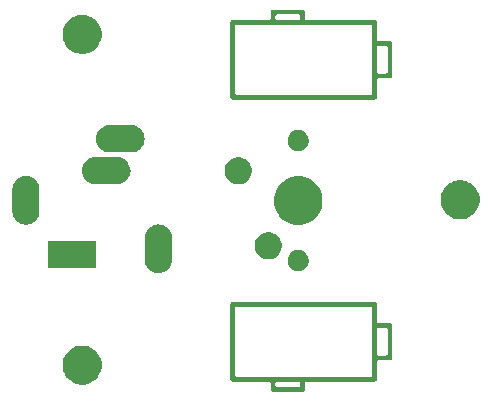
<source format=gbs>
G04 #@! TF.GenerationSoftware,KiCad,Pcbnew,(5.0.2)-1*
G04 #@! TF.CreationDate,2019-03-01T20:36:07+00:00*
G04 #@! TF.ProjectId,CherrySwitch,43686572-7279-4537-9769-7463682e6b69,rev?*
G04 #@! TF.SameCoordinates,Original*
G04 #@! TF.FileFunction,Soldermask,Bot*
G04 #@! TF.FilePolarity,Negative*
%FSLAX46Y46*%
G04 Gerber Fmt 4.6, Leading zero omitted, Abs format (unit mm)*
G04 Created by KiCad (PCBNEW (5.0.2)-1) date 01/03/2019 20:36:07*
%MOMM*%
%LPD*%
G01*
G04 APERTURE LIST*
%ADD10C,0.100000*%
G04 APERTURE END LIST*
D10*
G36*
X152511591Y-76885600D02*
X152541473Y-76888543D01*
X152579814Y-76900174D01*
X152615150Y-76919061D01*
X152646121Y-76944479D01*
X152671539Y-76975450D01*
X152690426Y-77010786D01*
X152702057Y-77049127D01*
X152705984Y-77089000D01*
X152705601Y-77092888D01*
X152705000Y-77105122D01*
X152705000Y-78564000D01*
X152707402Y-78588386D01*
X152714515Y-78611835D01*
X152726066Y-78633446D01*
X152741612Y-78652388D01*
X152760554Y-78667934D01*
X152782165Y-78679485D01*
X152805614Y-78686598D01*
X152830000Y-78689000D01*
X153756191Y-78689000D01*
X153772061Y-78690563D01*
X153796539Y-78690563D01*
X153822400Y-78688016D01*
X153862272Y-78691943D01*
X153900613Y-78703574D01*
X153935949Y-78722461D01*
X153966921Y-78747879D01*
X153992339Y-78778850D01*
X154011226Y-78814186D01*
X154022857Y-78852527D01*
X154025800Y-78882409D01*
X154025800Y-81645591D01*
X154022857Y-81675473D01*
X154011226Y-81713814D01*
X153992339Y-81749150D01*
X153966921Y-81780121D01*
X153935950Y-81805539D01*
X153900614Y-81824426D01*
X153862273Y-81836057D01*
X153822400Y-81839984D01*
X153796540Y-81837437D01*
X153772061Y-81837437D01*
X153756191Y-81839000D01*
X152830000Y-81839000D01*
X152805614Y-81841402D01*
X152782165Y-81848515D01*
X152760554Y-81860066D01*
X152741612Y-81875612D01*
X152726066Y-81894554D01*
X152714515Y-81916165D01*
X152707402Y-81939614D01*
X152705000Y-81964000D01*
X152705000Y-83422878D01*
X152705601Y-83435112D01*
X152705984Y-83439000D01*
X152702057Y-83478873D01*
X152690426Y-83517214D01*
X152671539Y-83552550D01*
X152646121Y-83583521D01*
X152615150Y-83608939D01*
X152579814Y-83627826D01*
X152541473Y-83639457D01*
X152511591Y-83642400D01*
X152501600Y-83643384D01*
X152497712Y-83643001D01*
X152485478Y-83642400D01*
X146734000Y-83642400D01*
X146709614Y-83644802D01*
X146686165Y-83651915D01*
X146664554Y-83663466D01*
X146645612Y-83679012D01*
X146630066Y-83697954D01*
X146618515Y-83719565D01*
X146611402Y-83743014D01*
X146609000Y-83767400D01*
X146609000Y-84286478D01*
X146609601Y-84298712D01*
X146609984Y-84302600D01*
X146606057Y-84342473D01*
X146594426Y-84380814D01*
X146575539Y-84416150D01*
X146550121Y-84447121D01*
X146519150Y-84472539D01*
X146483814Y-84491426D01*
X146445473Y-84503057D01*
X146415591Y-84506000D01*
X146405600Y-84506984D01*
X146401712Y-84506601D01*
X146389478Y-84506000D01*
X143932522Y-84506000D01*
X143920288Y-84506601D01*
X143916400Y-84506984D01*
X143906409Y-84506000D01*
X143876527Y-84503057D01*
X143838186Y-84491426D01*
X143802850Y-84472539D01*
X143771879Y-84447121D01*
X143746461Y-84416150D01*
X143727574Y-84380814D01*
X143715943Y-84342473D01*
X143712016Y-84302600D01*
X143712400Y-84298701D01*
X143713001Y-84286468D01*
X143713000Y-83767400D01*
X144119800Y-83767400D01*
X144119800Y-83974200D01*
X144122202Y-83998586D01*
X144129315Y-84022035D01*
X144140866Y-84043646D01*
X144156412Y-84062588D01*
X144175354Y-84078134D01*
X144196965Y-84089685D01*
X144220414Y-84096798D01*
X144244800Y-84099200D01*
X146077201Y-84099200D01*
X146101587Y-84096798D01*
X146125036Y-84089685D01*
X146146647Y-84078134D01*
X146165589Y-84062588D01*
X146181135Y-84043646D01*
X146192686Y-84022035D01*
X146199799Y-83998586D01*
X146202201Y-83974199D01*
X146202200Y-83767399D01*
X146199798Y-83743013D01*
X146192685Y-83719564D01*
X146181133Y-83697953D01*
X146165588Y-83679011D01*
X146146646Y-83663466D01*
X146125035Y-83651915D01*
X146101586Y-83644802D01*
X146077200Y-83642400D01*
X144244800Y-83642400D01*
X144220414Y-83644802D01*
X144196965Y-83651915D01*
X144175354Y-83663466D01*
X144156412Y-83679012D01*
X144140866Y-83697954D01*
X144129315Y-83719565D01*
X144122202Y-83743014D01*
X144119800Y-83767400D01*
X143713000Y-83767400D01*
X143710598Y-83743013D01*
X143703485Y-83719564D01*
X143691934Y-83697954D01*
X143676388Y-83679011D01*
X143657446Y-83663466D01*
X143635835Y-83651915D01*
X143612386Y-83644802D01*
X143588000Y-83642400D01*
X140528922Y-83642400D01*
X140516688Y-83643001D01*
X140512800Y-83643384D01*
X140502809Y-83642400D01*
X140472927Y-83639457D01*
X140434586Y-83627826D01*
X140399250Y-83608939D01*
X140368279Y-83583521D01*
X140342861Y-83552550D01*
X140323974Y-83517214D01*
X140312343Y-83478873D01*
X140308416Y-83439000D01*
X140308800Y-83435101D01*
X140309401Y-83422868D01*
X140309401Y-77417400D01*
X140716200Y-77417400D01*
X140716200Y-83110600D01*
X140718602Y-83134986D01*
X140725715Y-83158435D01*
X140737266Y-83180046D01*
X140752812Y-83198988D01*
X140771754Y-83214534D01*
X140793365Y-83226085D01*
X140816814Y-83233198D01*
X140841200Y-83235600D01*
X143900278Y-83235600D01*
X143912512Y-83234999D01*
X143916400Y-83234616D01*
X143920288Y-83234999D01*
X143932522Y-83235600D01*
X146389478Y-83235600D01*
X146401712Y-83234999D01*
X146405600Y-83234616D01*
X146409488Y-83234999D01*
X146421722Y-83235600D01*
X152173201Y-83235600D01*
X152197587Y-83233198D01*
X152221036Y-83226085D01*
X152242647Y-83214534D01*
X152261589Y-83198988D01*
X152277135Y-83180046D01*
X152288686Y-83158435D01*
X152295799Y-83134986D01*
X152298201Y-83110600D01*
X152298201Y-79220800D01*
X152705000Y-79220800D01*
X152705000Y-81307200D01*
X152707402Y-81331586D01*
X152714515Y-81355035D01*
X152726066Y-81376646D01*
X152741612Y-81395588D01*
X152760554Y-81411134D01*
X152782165Y-81422685D01*
X152805614Y-81429798D01*
X152830000Y-81432200D01*
X153494001Y-81432200D01*
X153518387Y-81429798D01*
X153541836Y-81422685D01*
X153563447Y-81411134D01*
X153582389Y-81395588D01*
X153597935Y-81376646D01*
X153609486Y-81355035D01*
X153616599Y-81331586D01*
X153619001Y-81307200D01*
X153619000Y-79220800D01*
X153616598Y-79196414D01*
X153609485Y-79172965D01*
X153597934Y-79151354D01*
X153582388Y-79132412D01*
X153563446Y-79116866D01*
X153541835Y-79105315D01*
X153518386Y-79098202D01*
X153494000Y-79095800D01*
X152830000Y-79095800D01*
X152805614Y-79098202D01*
X152782165Y-79105315D01*
X152760554Y-79116866D01*
X152741612Y-79132412D01*
X152726066Y-79151354D01*
X152714515Y-79172965D01*
X152707402Y-79196414D01*
X152705000Y-79220800D01*
X152298201Y-79220800D01*
X152298200Y-77417400D01*
X152295798Y-77393014D01*
X152288685Y-77369565D01*
X152277134Y-77347954D01*
X152261588Y-77329012D01*
X152242646Y-77313466D01*
X152221035Y-77301915D01*
X152197586Y-77294802D01*
X152173200Y-77292400D01*
X140841200Y-77292400D01*
X140816814Y-77294802D01*
X140793365Y-77301915D01*
X140771754Y-77313466D01*
X140752812Y-77329012D01*
X140737266Y-77347954D01*
X140725715Y-77369565D01*
X140718602Y-77393014D01*
X140716200Y-77417400D01*
X140309401Y-77417400D01*
X140309400Y-77105122D01*
X140308799Y-77092888D01*
X140308416Y-77089000D01*
X140312343Y-77049127D01*
X140323974Y-77010786D01*
X140342861Y-76975450D01*
X140368279Y-76944479D01*
X140399250Y-76919061D01*
X140434586Y-76900174D01*
X140472927Y-76888543D01*
X140502809Y-76885600D01*
X140512800Y-76884616D01*
X140516688Y-76884999D01*
X140528922Y-76885600D01*
X152485478Y-76885600D01*
X152497712Y-76884999D01*
X152501600Y-76884616D01*
X152511591Y-76885600D01*
X152511591Y-76885600D01*
G37*
G36*
X128125256Y-80641298D02*
X128231579Y-80662447D01*
X128532042Y-80786903D01*
X128798852Y-80965180D01*
X128802454Y-80967587D01*
X129032413Y-81197546D01*
X129032415Y-81197549D01*
X129213097Y-81467958D01*
X129337553Y-81768421D01*
X129401000Y-82087391D01*
X129401000Y-82412609D01*
X129337553Y-82731579D01*
X129213097Y-83032042D01*
X129075117Y-83238543D01*
X129032413Y-83302454D01*
X128802454Y-83532413D01*
X128802451Y-83532415D01*
X128532042Y-83713097D01*
X128532041Y-83713098D01*
X128532040Y-83713098D01*
X128459816Y-83743014D01*
X128231579Y-83837553D01*
X128125256Y-83858702D01*
X127912611Y-83901000D01*
X127587389Y-83901000D01*
X127374744Y-83858702D01*
X127268421Y-83837553D01*
X127040184Y-83743014D01*
X126967960Y-83713098D01*
X126967959Y-83713098D01*
X126967958Y-83713097D01*
X126697549Y-83532415D01*
X126697546Y-83532413D01*
X126467587Y-83302454D01*
X126424883Y-83238543D01*
X126286903Y-83032042D01*
X126162447Y-82731579D01*
X126099000Y-82412609D01*
X126099000Y-82087391D01*
X126162447Y-81768421D01*
X126286903Y-81467958D01*
X126467585Y-81197549D01*
X126467587Y-81197546D01*
X126697546Y-80967587D01*
X126701148Y-80965180D01*
X126967958Y-80786903D01*
X127268421Y-80662447D01*
X127374744Y-80641298D01*
X127587389Y-80599000D01*
X127912611Y-80599000D01*
X128125256Y-80641298D01*
X128125256Y-80641298D01*
G37*
G36*
X134418635Y-70358655D02*
X134635600Y-70424471D01*
X134635602Y-70424472D01*
X134635605Y-70424473D01*
X134835556Y-70531348D01*
X135010819Y-70675183D01*
X135154654Y-70850445D01*
X135261529Y-71050396D01*
X135261529Y-71050397D01*
X135261531Y-71050401D01*
X135327347Y-71267366D01*
X135327347Y-71267369D01*
X135340635Y-71402277D01*
X135344001Y-71436458D01*
X135344001Y-73349544D01*
X135327347Y-73518636D01*
X135281791Y-73668812D01*
X135261529Y-73735606D01*
X135154654Y-73935557D01*
X135010819Y-74110819D01*
X134835557Y-74254654D01*
X134635606Y-74361529D01*
X134635603Y-74361530D01*
X134635601Y-74361531D01*
X134418636Y-74427347D01*
X134193001Y-74449570D01*
X133967367Y-74427347D01*
X133750402Y-74361531D01*
X133750400Y-74361530D01*
X133750397Y-74361529D01*
X133550446Y-74254654D01*
X133375184Y-74110819D01*
X133231349Y-73935557D01*
X133124474Y-73735606D01*
X133104212Y-73668812D01*
X133058656Y-73518636D01*
X133042001Y-73349544D01*
X133042001Y-71436459D01*
X133058655Y-71267367D01*
X133124471Y-71050402D01*
X133124472Y-71050400D01*
X133124473Y-71050397D01*
X133231348Y-70850446D01*
X133375183Y-70675183D01*
X133550445Y-70531348D01*
X133750396Y-70424473D01*
X133750399Y-70424472D01*
X133750401Y-70424471D01*
X133967366Y-70358655D01*
X134193001Y-70336432D01*
X134418635Y-70358655D01*
X134418635Y-70358655D01*
G37*
G36*
X146312812Y-72539624D02*
X146476784Y-72607544D01*
X146624354Y-72706147D01*
X146749853Y-72831646D01*
X146848456Y-72979216D01*
X146916376Y-73143188D01*
X146951000Y-73317259D01*
X146951000Y-73494741D01*
X146916376Y-73668812D01*
X146848456Y-73832784D01*
X146749853Y-73980354D01*
X146624354Y-74105853D01*
X146476784Y-74204456D01*
X146312812Y-74272376D01*
X146138741Y-74307000D01*
X145961259Y-74307000D01*
X145787188Y-74272376D01*
X145623216Y-74204456D01*
X145475646Y-74105853D01*
X145350147Y-73980354D01*
X145251544Y-73832784D01*
X145183624Y-73668812D01*
X145149000Y-73494741D01*
X145149000Y-73317259D01*
X145183624Y-73143188D01*
X145251544Y-72979216D01*
X145350147Y-72831646D01*
X145475646Y-72706147D01*
X145623216Y-72607544D01*
X145787188Y-72539624D01*
X145961259Y-72505000D01*
X146138741Y-72505000D01*
X146312812Y-72539624D01*
X146312812Y-72539624D01*
G37*
G36*
X128944001Y-74044001D02*
X124842001Y-74044001D01*
X124842001Y-71742001D01*
X128944001Y-71742001D01*
X128944001Y-74044001D01*
X128944001Y-74044001D01*
G37*
G36*
X143845734Y-71029232D02*
X144055202Y-71115996D01*
X144243723Y-71241962D01*
X144404038Y-71402277D01*
X144530004Y-71590798D01*
X144616768Y-71800266D01*
X144661000Y-72022635D01*
X144661000Y-72249365D01*
X144616768Y-72471734D01*
X144530004Y-72681202D01*
X144404038Y-72869723D01*
X144243723Y-73030038D01*
X144055202Y-73156004D01*
X143845734Y-73242768D01*
X143623365Y-73287000D01*
X143396635Y-73287000D01*
X143174266Y-73242768D01*
X142964798Y-73156004D01*
X142776277Y-73030038D01*
X142615962Y-72869723D01*
X142489996Y-72681202D01*
X142403232Y-72471734D01*
X142359000Y-72249365D01*
X142359000Y-72022635D01*
X142403232Y-71800266D01*
X142489996Y-71590798D01*
X142615962Y-71402277D01*
X142776277Y-71241962D01*
X142964798Y-71115996D01*
X143174266Y-71029232D01*
X143396635Y-70985000D01*
X143623365Y-70985000D01*
X143845734Y-71029232D01*
X143845734Y-71029232D01*
G37*
G36*
X146648252Y-66353818D02*
X146648254Y-66353819D01*
X146648255Y-66353819D01*
X147021513Y-66508427D01*
X147352905Y-66729857D01*
X147357439Y-66732886D01*
X147643114Y-67018561D01*
X147643116Y-67018564D01*
X147867573Y-67354487D01*
X148022181Y-67727745D01*
X148022182Y-67727748D01*
X148093719Y-68087389D01*
X148101000Y-68123994D01*
X148101000Y-68528006D01*
X148022181Y-68924255D01*
X147867573Y-69297513D01*
X147710616Y-69532415D01*
X147643114Y-69633439D01*
X147357439Y-69919114D01*
X147357436Y-69919116D01*
X147021513Y-70143573D01*
X146648255Y-70298181D01*
X146648254Y-70298181D01*
X146648252Y-70298182D01*
X146252007Y-70377000D01*
X145847993Y-70377000D01*
X145451748Y-70298182D01*
X145451746Y-70298181D01*
X145451745Y-70298181D01*
X145078487Y-70143573D01*
X144742564Y-69919116D01*
X144742561Y-69919114D01*
X144456886Y-69633439D01*
X144389384Y-69532415D01*
X144232427Y-69297513D01*
X144077819Y-68924255D01*
X143999000Y-68528006D01*
X143999000Y-68123994D01*
X144006281Y-68087389D01*
X144077818Y-67727748D01*
X144077819Y-67727745D01*
X144232427Y-67354487D01*
X144456884Y-67018564D01*
X144456886Y-67018561D01*
X144742561Y-66732886D01*
X144747095Y-66729857D01*
X145078487Y-66508427D01*
X145451745Y-66353819D01*
X145451746Y-66353819D01*
X145451748Y-66353818D01*
X145847993Y-66275000D01*
X146252007Y-66275000D01*
X146648252Y-66353818D01*
X146648252Y-66353818D01*
G37*
G36*
X123218635Y-66258655D02*
X123435600Y-66324471D01*
X123435602Y-66324472D01*
X123435605Y-66324473D01*
X123635556Y-66431348D01*
X123810819Y-66575183D01*
X123954654Y-66750445D01*
X124061529Y-66950396D01*
X124061529Y-66950397D01*
X124061531Y-66950401D01*
X124127347Y-67167366D01*
X124127347Y-67167369D01*
X124144001Y-67336456D01*
X124144001Y-69249546D01*
X124139276Y-69297514D01*
X124127347Y-69418636D01*
X124061531Y-69635601D01*
X124061529Y-69635606D01*
X123954654Y-69835557D01*
X123810819Y-70010819D01*
X123635557Y-70154654D01*
X123435606Y-70261529D01*
X123435603Y-70261530D01*
X123435601Y-70261531D01*
X123218636Y-70327347D01*
X122993001Y-70349570D01*
X122767367Y-70327347D01*
X122550402Y-70261531D01*
X122550400Y-70261530D01*
X122550397Y-70261529D01*
X122350446Y-70154654D01*
X122175184Y-70010819D01*
X122031349Y-69835557D01*
X121924474Y-69635606D01*
X121924472Y-69635601D01*
X121858656Y-69418636D01*
X121842001Y-69249544D01*
X121842001Y-67336459D01*
X121858655Y-67167367D01*
X121924471Y-66950402D01*
X121924472Y-66950400D01*
X121924473Y-66950397D01*
X122031348Y-66750446D01*
X122175183Y-66575183D01*
X122350445Y-66431348D01*
X122550396Y-66324473D01*
X122550399Y-66324472D01*
X122550401Y-66324471D01*
X122767366Y-66258655D01*
X122993001Y-66236432D01*
X123218635Y-66258655D01*
X123218635Y-66258655D01*
G37*
G36*
X160125256Y-66641298D02*
X160231579Y-66662447D01*
X160532042Y-66786903D01*
X160643727Y-66861529D01*
X160802454Y-66967587D01*
X161032413Y-67197546D01*
X161032415Y-67197549D01*
X161213097Y-67467958D01*
X161320706Y-67727748D01*
X161337553Y-67768422D01*
X161401000Y-68087389D01*
X161401000Y-68412611D01*
X161337553Y-68731578D01*
X161213098Y-69032040D01*
X161032413Y-69302454D01*
X160802454Y-69532413D01*
X160802451Y-69532415D01*
X160532042Y-69713097D01*
X160231579Y-69837553D01*
X160125256Y-69858702D01*
X159912611Y-69901000D01*
X159587389Y-69901000D01*
X159374744Y-69858702D01*
X159268421Y-69837553D01*
X158967958Y-69713097D01*
X158697549Y-69532415D01*
X158697546Y-69532413D01*
X158467587Y-69302454D01*
X158286902Y-69032040D01*
X158162447Y-68731578D01*
X158099000Y-68412611D01*
X158099000Y-68087389D01*
X158162447Y-67768422D01*
X158179295Y-67727748D01*
X158286903Y-67467958D01*
X158467585Y-67197549D01*
X158467587Y-67197546D01*
X158697546Y-66967587D01*
X158856273Y-66861529D01*
X158967958Y-66786903D01*
X159268421Y-66662447D01*
X159374744Y-66641298D01*
X159587389Y-66599000D01*
X159912611Y-66599000D01*
X160125256Y-66641298D01*
X160125256Y-66641298D01*
G37*
G36*
X130817181Y-64648663D02*
X130918636Y-64658655D01*
X131135601Y-64724471D01*
X131135603Y-64724472D01*
X131135606Y-64724473D01*
X131335557Y-64831348D01*
X131510819Y-64975183D01*
X131654654Y-65150445D01*
X131761529Y-65350396D01*
X131761530Y-65350399D01*
X131761531Y-65350401D01*
X131827347Y-65567366D01*
X131849570Y-65793001D01*
X131827347Y-66018636D01*
X131796072Y-66121734D01*
X131761529Y-66235606D01*
X131654654Y-66435557D01*
X131510819Y-66610819D01*
X131335557Y-66754654D01*
X131135606Y-66861529D01*
X131135603Y-66861530D01*
X131135601Y-66861531D01*
X130918636Y-66927347D01*
X130820627Y-66937000D01*
X130749546Y-66944001D01*
X128836456Y-66944001D01*
X128765375Y-66937000D01*
X128667366Y-66927347D01*
X128450401Y-66861531D01*
X128450399Y-66861530D01*
X128450396Y-66861529D01*
X128250445Y-66754654D01*
X128075183Y-66610819D01*
X127931348Y-66435557D01*
X127824473Y-66235606D01*
X127789930Y-66121734D01*
X127758655Y-66018636D01*
X127736432Y-65793001D01*
X127758655Y-65567366D01*
X127824471Y-65350401D01*
X127824472Y-65350399D01*
X127824473Y-65350396D01*
X127931348Y-65150445D01*
X128075183Y-64975183D01*
X128250445Y-64831348D01*
X128450396Y-64724473D01*
X128450399Y-64724472D01*
X128450401Y-64724471D01*
X128667366Y-64658655D01*
X128768821Y-64648663D01*
X128836456Y-64642001D01*
X130749546Y-64642001D01*
X130817181Y-64648663D01*
X130817181Y-64648663D01*
G37*
G36*
X141305734Y-64679232D02*
X141515202Y-64765996D01*
X141703723Y-64891962D01*
X141864038Y-65052277D01*
X141990004Y-65240798D01*
X142076768Y-65450266D01*
X142121000Y-65672635D01*
X142121000Y-65899365D01*
X142076768Y-66121734D01*
X141990004Y-66331202D01*
X141864038Y-66519723D01*
X141703723Y-66680038D01*
X141515202Y-66806004D01*
X141305734Y-66892768D01*
X141083365Y-66937000D01*
X140856635Y-66937000D01*
X140634266Y-66892768D01*
X140424798Y-66806004D01*
X140236277Y-66680038D01*
X140075962Y-66519723D01*
X139949996Y-66331202D01*
X139863232Y-66121734D01*
X139819000Y-65899365D01*
X139819000Y-65672635D01*
X139863232Y-65450266D01*
X139949996Y-65240798D01*
X140075962Y-65052277D01*
X140236277Y-64891962D01*
X140424798Y-64765996D01*
X140634266Y-64679232D01*
X140856635Y-64635000D01*
X141083365Y-64635000D01*
X141305734Y-64679232D01*
X141305734Y-64679232D01*
G37*
G36*
X132017181Y-61948663D02*
X132118636Y-61958655D01*
X132335601Y-62024471D01*
X132335603Y-62024472D01*
X132335606Y-62024473D01*
X132535557Y-62131348D01*
X132710819Y-62275183D01*
X132854654Y-62450445D01*
X132961529Y-62650396D01*
X132961530Y-62650399D01*
X132961531Y-62650401D01*
X133027347Y-62867366D01*
X133049570Y-63093001D01*
X133027347Y-63318636D01*
X132969657Y-63508812D01*
X132961529Y-63535606D01*
X132854654Y-63735557D01*
X132710819Y-63910819D01*
X132535557Y-64054654D01*
X132335606Y-64161529D01*
X132335603Y-64161530D01*
X132335601Y-64161531D01*
X132118636Y-64227347D01*
X132017181Y-64237339D01*
X131949546Y-64244001D01*
X130036456Y-64244001D01*
X129968821Y-64237339D01*
X129867366Y-64227347D01*
X129650401Y-64161531D01*
X129650399Y-64161530D01*
X129650396Y-64161529D01*
X129450445Y-64054654D01*
X129275183Y-63910819D01*
X129131348Y-63735557D01*
X129024473Y-63535606D01*
X129016345Y-63508812D01*
X128958655Y-63318636D01*
X128936432Y-63093001D01*
X128958655Y-62867366D01*
X129024471Y-62650401D01*
X129024472Y-62650399D01*
X129024473Y-62650396D01*
X129131348Y-62450445D01*
X129275183Y-62275183D01*
X129450445Y-62131348D01*
X129650396Y-62024473D01*
X129650399Y-62024472D01*
X129650401Y-62024471D01*
X129867366Y-61958655D01*
X129968821Y-61948663D01*
X130036456Y-61942001D01*
X131949546Y-61942001D01*
X132017181Y-61948663D01*
X132017181Y-61948663D01*
G37*
G36*
X146312812Y-62379624D02*
X146476784Y-62447544D01*
X146624354Y-62546147D01*
X146749853Y-62671646D01*
X146848456Y-62819216D01*
X146916376Y-62983188D01*
X146951000Y-63157259D01*
X146951000Y-63334741D01*
X146916376Y-63508812D01*
X146848456Y-63672784D01*
X146749853Y-63820354D01*
X146624354Y-63945853D01*
X146476784Y-64044456D01*
X146312812Y-64112376D01*
X146138741Y-64147000D01*
X145961259Y-64147000D01*
X145787188Y-64112376D01*
X145623216Y-64044456D01*
X145475646Y-63945853D01*
X145350147Y-63820354D01*
X145251544Y-63672784D01*
X145183624Y-63508812D01*
X145149000Y-63334741D01*
X145149000Y-63157259D01*
X145183624Y-62983188D01*
X145251544Y-62819216D01*
X145350147Y-62671646D01*
X145475646Y-62546147D01*
X145623216Y-62447544D01*
X145787188Y-62379624D01*
X145961259Y-62345000D01*
X146138741Y-62345000D01*
X146312812Y-62379624D01*
X146312812Y-62379624D01*
G37*
G36*
X146415591Y-52146000D02*
X146445473Y-52148943D01*
X146483814Y-52160574D01*
X146519150Y-52179461D01*
X146550121Y-52204879D01*
X146575539Y-52235850D01*
X146594426Y-52271186D01*
X146606057Y-52309527D01*
X146609984Y-52349400D01*
X146609601Y-52353288D01*
X146609000Y-52365522D01*
X146609000Y-52884600D01*
X146611402Y-52908986D01*
X146618515Y-52932435D01*
X146630066Y-52954046D01*
X146645612Y-52972988D01*
X146664554Y-52988534D01*
X146686165Y-53000085D01*
X146709614Y-53007198D01*
X146734000Y-53009600D01*
X152485478Y-53009600D01*
X152497712Y-53008999D01*
X152501600Y-53008616D01*
X152511591Y-53009600D01*
X152541473Y-53012543D01*
X152579814Y-53024174D01*
X152615150Y-53043061D01*
X152646121Y-53068479D01*
X152671539Y-53099450D01*
X152690426Y-53134786D01*
X152702057Y-53173127D01*
X152705984Y-53213000D01*
X152705601Y-53216888D01*
X152705000Y-53229122D01*
X152705000Y-54688000D01*
X152707402Y-54712386D01*
X152714515Y-54735835D01*
X152726066Y-54757446D01*
X152741612Y-54776388D01*
X152760554Y-54791934D01*
X152782165Y-54803485D01*
X152805614Y-54810598D01*
X152830000Y-54813000D01*
X153756191Y-54813000D01*
X153772061Y-54814563D01*
X153796539Y-54814563D01*
X153822400Y-54812016D01*
X153862272Y-54815943D01*
X153900613Y-54827574D01*
X153935949Y-54846461D01*
X153966921Y-54871879D01*
X153992339Y-54902850D01*
X154011226Y-54938186D01*
X154022857Y-54976527D01*
X154025800Y-55006409D01*
X154025800Y-57769591D01*
X154022857Y-57799473D01*
X154011226Y-57837814D01*
X153992339Y-57873150D01*
X153966921Y-57904121D01*
X153935950Y-57929539D01*
X153900614Y-57948426D01*
X153862273Y-57960057D01*
X153822400Y-57963984D01*
X153796540Y-57961437D01*
X153772061Y-57961437D01*
X153756191Y-57963000D01*
X152830000Y-57963000D01*
X152805614Y-57965402D01*
X152782165Y-57972515D01*
X152760554Y-57984066D01*
X152741612Y-57999612D01*
X152726066Y-58018554D01*
X152714515Y-58040165D01*
X152707402Y-58063614D01*
X152705000Y-58088000D01*
X152705000Y-59546878D01*
X152705601Y-59559112D01*
X152705984Y-59563000D01*
X152702057Y-59602873D01*
X152690426Y-59641214D01*
X152671539Y-59676550D01*
X152646121Y-59707521D01*
X152615150Y-59732939D01*
X152579814Y-59751826D01*
X152541473Y-59763457D01*
X152511591Y-59766400D01*
X152501600Y-59767384D01*
X152497712Y-59767001D01*
X152485478Y-59766400D01*
X140528922Y-59766400D01*
X140516688Y-59767001D01*
X140512800Y-59767384D01*
X140502809Y-59766400D01*
X140472927Y-59763457D01*
X140434586Y-59751826D01*
X140399250Y-59732939D01*
X140368279Y-59707521D01*
X140342861Y-59676550D01*
X140323974Y-59641214D01*
X140312343Y-59602873D01*
X140308416Y-59563000D01*
X140308800Y-59559101D01*
X140309401Y-59546868D01*
X140309401Y-53541400D01*
X140716200Y-53541400D01*
X140716200Y-59234600D01*
X140718602Y-59258986D01*
X140725715Y-59282435D01*
X140737266Y-59304046D01*
X140752812Y-59322988D01*
X140771754Y-59338534D01*
X140793365Y-59350085D01*
X140816814Y-59357198D01*
X140841200Y-59359600D01*
X152173201Y-59359600D01*
X152197587Y-59357198D01*
X152221036Y-59350085D01*
X152242647Y-59338534D01*
X152261589Y-59322988D01*
X152277135Y-59304046D01*
X152288686Y-59282435D01*
X152295799Y-59258986D01*
X152298201Y-59234600D01*
X152298201Y-55344800D01*
X152705000Y-55344800D01*
X152705000Y-57431200D01*
X152707402Y-57455586D01*
X152714515Y-57479035D01*
X152726066Y-57500646D01*
X152741612Y-57519588D01*
X152760554Y-57535134D01*
X152782165Y-57546685D01*
X152805614Y-57553798D01*
X152830000Y-57556200D01*
X153494001Y-57556200D01*
X153518387Y-57553798D01*
X153541836Y-57546685D01*
X153563447Y-57535134D01*
X153582389Y-57519588D01*
X153597935Y-57500646D01*
X153609486Y-57479035D01*
X153616599Y-57455586D01*
X153619001Y-57431200D01*
X153619000Y-55344800D01*
X153616598Y-55320414D01*
X153609485Y-55296965D01*
X153597934Y-55275354D01*
X153582388Y-55256412D01*
X153563446Y-55240866D01*
X153541835Y-55229315D01*
X153518386Y-55222202D01*
X153494000Y-55219800D01*
X152830000Y-55219800D01*
X152805614Y-55222202D01*
X152782165Y-55229315D01*
X152760554Y-55240866D01*
X152741612Y-55256412D01*
X152726066Y-55275354D01*
X152714515Y-55296965D01*
X152707402Y-55320414D01*
X152705000Y-55344800D01*
X152298201Y-55344800D01*
X152298200Y-53541400D01*
X152295798Y-53517014D01*
X152288685Y-53493565D01*
X152277134Y-53471954D01*
X152261588Y-53453012D01*
X152242646Y-53437466D01*
X152221035Y-53425915D01*
X152197586Y-53418802D01*
X152173200Y-53416400D01*
X146421722Y-53416400D01*
X146409488Y-53417001D01*
X146405600Y-53417384D01*
X146401712Y-53417001D01*
X146389478Y-53416400D01*
X143932522Y-53416400D01*
X143920288Y-53417001D01*
X143916400Y-53417384D01*
X143912512Y-53417001D01*
X143900278Y-53416400D01*
X140841200Y-53416400D01*
X140816814Y-53418802D01*
X140793365Y-53425915D01*
X140771754Y-53437466D01*
X140752812Y-53453012D01*
X140737266Y-53471954D01*
X140725715Y-53493565D01*
X140718602Y-53517014D01*
X140716200Y-53541400D01*
X140309401Y-53541400D01*
X140309400Y-53229122D01*
X140308799Y-53216888D01*
X140308416Y-53213000D01*
X140312343Y-53173127D01*
X140323974Y-53134786D01*
X140342861Y-53099450D01*
X140368279Y-53068479D01*
X140399250Y-53043061D01*
X140434586Y-53024174D01*
X140472927Y-53012543D01*
X140502809Y-53009600D01*
X140512800Y-53008616D01*
X140516688Y-53008999D01*
X140528922Y-53009600D01*
X143588001Y-53009600D01*
X143612387Y-53007198D01*
X143635836Y-53000085D01*
X143657447Y-52988534D01*
X143676389Y-52972988D01*
X143691935Y-52954046D01*
X143703486Y-52932435D01*
X143710599Y-52908986D01*
X143713001Y-52884600D01*
X143713001Y-52677800D01*
X144119800Y-52677800D01*
X144119800Y-52884600D01*
X144122202Y-52908986D01*
X144129315Y-52932435D01*
X144140866Y-52954046D01*
X144156412Y-52972988D01*
X144175354Y-52988534D01*
X144196965Y-53000085D01*
X144220414Y-53007198D01*
X144244800Y-53009600D01*
X146077201Y-53009600D01*
X146101587Y-53007198D01*
X146125036Y-53000085D01*
X146146647Y-52988534D01*
X146165589Y-52972988D01*
X146181135Y-52954046D01*
X146192686Y-52932435D01*
X146199799Y-52908986D01*
X146202201Y-52884599D01*
X146202200Y-52677799D01*
X146199798Y-52653413D01*
X146192685Y-52629964D01*
X146181133Y-52608353D01*
X146165588Y-52589411D01*
X146146646Y-52573866D01*
X146125035Y-52562315D01*
X146101586Y-52555202D01*
X146077200Y-52552800D01*
X144244800Y-52552800D01*
X144220414Y-52555202D01*
X144196965Y-52562315D01*
X144175354Y-52573866D01*
X144156412Y-52589412D01*
X144140866Y-52608354D01*
X144129315Y-52629965D01*
X144122202Y-52653414D01*
X144119800Y-52677800D01*
X143713001Y-52677800D01*
X143713000Y-52365522D01*
X143712399Y-52353286D01*
X143712016Y-52349400D01*
X143715943Y-52309527D01*
X143727574Y-52271186D01*
X143746461Y-52235850D01*
X143771879Y-52204879D01*
X143802850Y-52179461D01*
X143838186Y-52160574D01*
X143876527Y-52148943D01*
X143906409Y-52146000D01*
X143916400Y-52145016D01*
X143920288Y-52145399D01*
X143932522Y-52146000D01*
X146389478Y-52146000D01*
X146401712Y-52145399D01*
X146405600Y-52145016D01*
X146415591Y-52146000D01*
X146415591Y-52146000D01*
G37*
G36*
X128068276Y-52629964D02*
X128231579Y-52662447D01*
X128532042Y-52786903D01*
X128798852Y-52965180D01*
X128802454Y-52967587D01*
X129032413Y-53197546D01*
X129032415Y-53197549D01*
X129213097Y-53467958D01*
X129337553Y-53768421D01*
X129401000Y-54087391D01*
X129401000Y-54412609D01*
X129337553Y-54731579D01*
X129289967Y-54846461D01*
X129223711Y-55006419D01*
X129213097Y-55032042D01*
X129109999Y-55186339D01*
X129032413Y-55302454D01*
X128802454Y-55532413D01*
X128802451Y-55532415D01*
X128532042Y-55713097D01*
X128231579Y-55837553D01*
X128125256Y-55858702D01*
X127912611Y-55901000D01*
X127587389Y-55901000D01*
X127374744Y-55858702D01*
X127268421Y-55837553D01*
X126967958Y-55713097D01*
X126697549Y-55532415D01*
X126697546Y-55532413D01*
X126467587Y-55302454D01*
X126390001Y-55186339D01*
X126286903Y-55032042D01*
X126276290Y-55006419D01*
X126210033Y-54846461D01*
X126162447Y-54731579D01*
X126099000Y-54412609D01*
X126099000Y-54087391D01*
X126162447Y-53768421D01*
X126286903Y-53467958D01*
X126467585Y-53197549D01*
X126467587Y-53197546D01*
X126697546Y-52967587D01*
X126701148Y-52965180D01*
X126967958Y-52786903D01*
X127268421Y-52662447D01*
X127431724Y-52629964D01*
X127587389Y-52599000D01*
X127912611Y-52599000D01*
X128068276Y-52629964D01*
X128068276Y-52629964D01*
G37*
M02*

</source>
